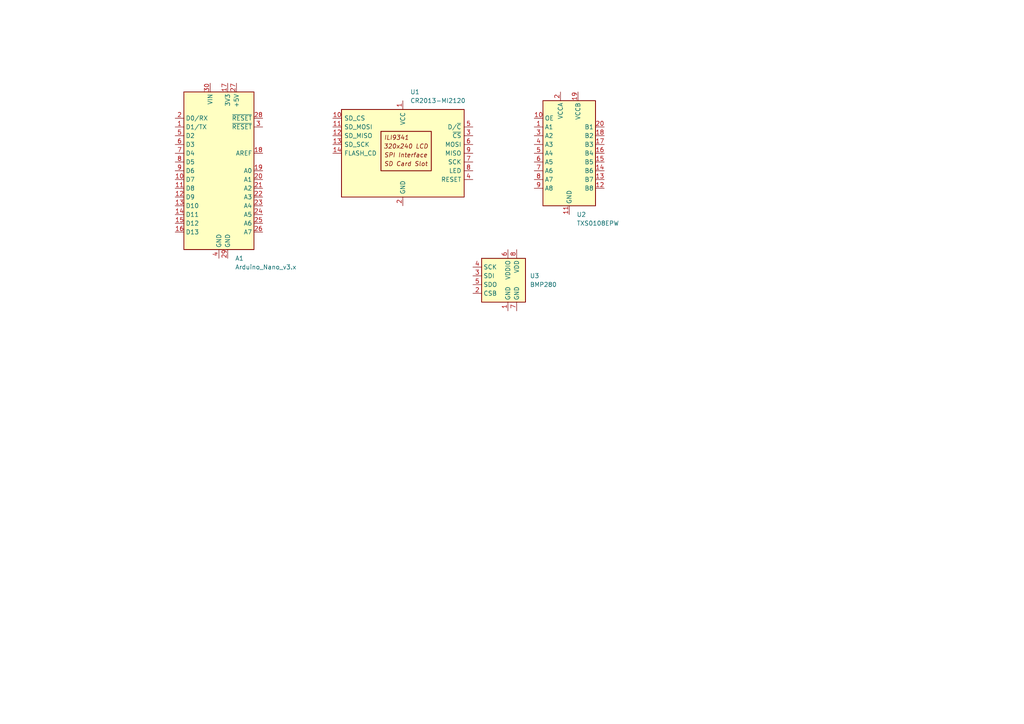
<source format=kicad_sch>
(kicad_sch (version 20250114) (generator "eeschema") (generator_version "9.0")
  (paper "A4")
  (lib_symbols
    (symbol "Driver_Display:CR2013-MI2120" (pin_names (offset 0.762))
      (property "Reference" "U" (at -17.526 13.97 0))
      (property "Value" "CR2013-MI2120" (at 1.905 13.97 0))
      (symbol "CR2013-MI2120_0_0"
        (text "ILI9341" (at -5.461 4.572 0) (effects (font (size 1.27 1.27) (italic yes)) (justify left)))
        (text "SPI Interface" (at -5.461 -0.508 0) (effects (font (size 1.27 1.27) (italic yes)) (justify left)))
        (text "SD Card Slot" (at -5.461 -3.048 0) (effects (font (size 1.27 1.27) (italic yes)) (justify left)))
        (text "320x240 LCD" (at 0.889 2.032 0) (effects (font (size 1.27 1.27) (italic yes))))
      )
      (symbol "CR2013-MI2120_0_1"
        (rectangle (start -17.78 12.7) (end 17.78 -12.7) (stroke (width 0.254)) (fill (type background)))
        (rectangle (start -6.35 6.35) (end 8.255 -5.08) (stroke (width 0.254)))
      )
      (symbol "CR2013-MI2120_1_1"
        (pin input line (at -20.32 10.16 0) (length 2.54) (name "SD_CS") (number "10"))
        (pin input line (at -20.32 7.62 0) (length 2.54) (name "SD_MOSI") (number "11"))
        (pin output line (at -20.32 5.08 0) (length 2.54) (name "SD_MISO") (number "12"))
        (pin input line (at -20.32 2.54 0) (length 2.54) (name "SD_SCK") (number "13"))
        (pin input line (at -20.32 0 0) (length 2.54) (name "FLASH_CD") (number "14"))
        (pin power_in line (at 0 15.24 270) (length 2.54) (name "VCC") (number "1"))
        (pin power_in line (at 0 -15.24 90) (length 2.54) (name "GND") (number "2"))
        (pin input line (at 20.32 7.62 180) (length 2.54) (name "D/~{C}") (number "5"))
        (pin input line (at 20.32 5.08 180) (length 2.54) (name "~{CS}") (number "3"))
        (pin input line (at 20.32 2.54 180) (length 2.54) (name "MOSI") (number "6"))
        (pin output line (at 20.32 0 180) (length 2.54) (name "MISO") (number "9"))
        (pin input line (at 20.32 -2.54 180) (length 2.54) (name "SCK") (number "7"))
        (pin input line (at 20.32 -5.08 180) (length 2.54) (name "LED") (number "8"))
        (pin input line (at 20.32 -7.62 180) (length 2.54) (name "RESET") (number "4"))
      )
    )
    (symbol "Logic_LevelTranslator:TXS0108EPW"
      (property "Reference" "U" (at -6.35 16.51 0))
      (property "Value" "TXS0108EPW" (at 3.81 16.51 0))
      (symbol "TXS0108EPW_0_1"
        (rectangle (start -7.62 15.24) (end 7.62 -15.24) (stroke (width 0.254)) (fill (type background)))
      )
      (symbol "TXS0108EPW_1_1"
        (pin input line (at -10.16 10.16 0) (length 2.54) (name "OE") (number "10"))
        (pin bidirectional line (at -10.16 7.62 0) (length 2.54) (name "A1") (number "1"))
        (pin bidirectional line (at -10.16 5.08 0) (length 2.54) (name "A2") (number "3"))
        (pin bidirectional line (at -10.16 2.54 0) (length 2.54) (name "A3") (number "4"))
        (pin bidirectional line (at -10.16 0 0) (length 2.54) (name "A4") (number "5"))
        (pin bidirectional line (at -10.16 -2.54 0) (length 2.54) (name "A5") (number "6"))
        (pin bidirectional line (at -10.16 -5.08 0) (length 2.54) (name "A6") (number "7"))
        (pin bidirectional line (at -10.16 -7.62 0) (length 2.54) (name "A7") (number "8"))
        (pin bidirectional line (at -10.16 -10.16 0) (length 2.54) (name "A8") (number "9"))
        (pin power_in line (at -2.54 17.78 270) (length 2.54) (name "VCCA") (number "2"))
        (pin power_in line (at 0 -17.78 90) (length 2.54) (name "GND") (number "11"))
        (pin power_in line (at 2.54 17.78 270) (length 2.54) (name "VCCB") (number "19"))
        (pin bidirectional line (at 10.16 7.62 180) (length 2.54) (name "B1") (number "20"))
        (pin bidirectional line (at 10.16 5.08 180) (length 2.54) (name "B2") (number "18"))
        (pin bidirectional line (at 10.16 2.54 180) (length 2.54) (name "B3") (number "17"))
        (pin bidirectional line (at 10.16 0 180) (length 2.54) (name "B4") (number "16"))
        (pin bidirectional line (at 10.16 -2.54 180) (length 2.54) (name "B5") (number "15"))
        (pin bidirectional line (at 10.16 -5.08 180) (length 2.54) (name "B6") (number "14"))
        (pin bidirectional line (at 10.16 -7.62 180) (length 2.54) (name "B7") (number "13"))
        (pin bidirectional line (at 10.16 -10.16 180) (length 2.54) (name "B8") (number "12"))
      )
    )
    (symbol "MCU_Module:Arduino_Nano_v3.x"
      (property "Reference" "A" (at -10.16 23.495 0))
      (property "Value" "Arduino_Nano_v3.x" (at 5.08 -24.13 0))
      (symbol "Arduino_Nano_v3.x_0_1"
        (rectangle (start -10.16 22.86) (end 10.16 -22.86) (stroke (width 0.254)) (fill (type background)))
      )
      (symbol "Arduino_Nano_v3.x_1_1"
        (pin bidirectional line (at -12.7 15.24 0) (length 2.54) (name "D0/RX") (number "2"))
        (pin bidirectional line (at -12.7 12.7 0) (length 2.54) (name "D1/TX") (number "1"))
        (pin bidirectional line (at -12.7 10.16 0) (length 2.54) (name "D2") (number "5"))
        (pin bidirectional line (at -12.7 7.62 0) (length 2.54) (name "D3") (number "6"))
        (pin bidirectional line (at -12.7 5.08 0) (length 2.54) (name "D4") (number "7"))
        (pin bidirectional line (at -12.7 2.54 0) (length 2.54) (name "D5") (number "8"))
        (pin bidirectional line (at -12.7 0 0) (length 2.54) (name "D6") (number "9"))
        (pin bidirectional line (at -12.7 -2.54 0) (length 2.54) (name "D7") (number "10"))
        (pin bidirectional line (at -12.7 -5.08 0) (length 2.54) (name "D8") (number "11"))
        (pin bidirectional line (at -12.7 -7.62 0) (length 2.54) (name "D9") (number "12"))
        (pin bidirectional line (at -12.7 -10.16 0) (length 2.54) (name "D10") (number "13"))
        (pin bidirectional line (at -12.7 -12.7 0) (length 2.54) (name "D11") (number "14"))
        (pin bidirectional line (at -12.7 -15.24 0) (length 2.54) (name "D12") (number "15"))
        (pin bidirectional line (at -12.7 -17.78 0) (length 2.54) (name "D13") (number "16"))
        (pin power_in line (at -2.54 25.4 270) (length 2.54) (name "VIN") (number "30"))
        (pin power_in line (at 0 -25.4 90) (length 2.54) (name "GND") (number "4"))
        (pin power_out line (at 2.54 25.4 270) (length 2.54) (name "3V3") (number "17"))
        (pin power_in line (at 2.54 -25.4 90) (length 2.54) (name "GND") (number "29"))
        (pin power_out line (at 5.08 25.4 270) (length 2.54) (name "+5V") (number "27"))
        (pin input line (at 12.7 15.24 180) (length 2.54) (name "~{RESET}") (number "28"))
        (pin input line (at 12.7 12.7 180) (length 2.54) (name "~{RESET}") (number "3"))
        (pin input line (at 12.7 5.08 180) (length 2.54) (name "AREF") (number "18"))
        (pin bidirectional line (at 12.7 0 180) (length 2.54) (name "A0") (number "19"))
        (pin bidirectional line (at 12.7 -2.54 180) (length 2.54) (name "A1") (number "20"))
        (pin bidirectional line (at 12.7 -5.08 180) (length 2.54) (name "A2") (number "21"))
        (pin bidirectional line (at 12.7 -7.62 180) (length 2.54) (name "A3") (number "22"))
        (pin bidirectional line (at 12.7 -10.16 180) (length 2.54) (name "A4") (number "23"))
        (pin bidirectional line (at 12.7 -12.7 180) (length 2.54) (name "A5") (number "24"))
        (pin bidirectional line (at 12.7 -15.24 180) (length 2.54) (name "A6") (number "25"))
        (pin bidirectional line (at 12.7 -17.78 180) (length 2.54) (name "A7") (number "26"))
      )
    )
    (symbol "Sensor_Pressure:BMP280"
      (property "Reference" "U" (at -7.62 10.16 0))
      (property "Value" "BMP280" (at 5.08 10.16 0))
      (symbol "BMP280_0_1"
        (rectangle (start -7.62 -5.08) (end 5.08 7.62) (stroke (width 0.254)) (fill (type background)))
      )
      (symbol "BMP280_1_1"
        (pin input line (at -10.16 5.08 0) (length 2.54) (name "SCK") (number "4"))
        (pin bidirectional line (at -10.16 2.54 0) (length 2.54) (name "SDI") (number "3"))
        (pin bidirectional line (at -10.16 0 0) (length 2.54) (name "SDO") (number "5"))
        (pin input line (at -10.16 -2.54 0) (length 2.54) (name "CSB") (number "2"))
        (pin power_in line (at 0 10.16 270) (length 2.54) (name "VDDIO") (number "6"))
        (pin power_in line (at 0 -7.62 90) (length 2.54) (name "GND") (number "1"))
        (pin power_in line (at 2.54 10.16 270) (length 2.54) (name "VDD") (number "8"))
        (pin power_in line (at 2.54 -7.62 90) (length 2.54) (name "GND") (number "7"))
      )
    )
  )
  (symbol (lib_id "Driver_Display:CR2013-MI2120") (at 116.84 44.45 0) (unit 1)
    (property "Reference" "U1" (at 118.9833 26.67 0) (effects (justify left)))
    (property "Value" "CR2013-MI2120" (at 118.9833 29.21 0) (effects (justify left)))
    (property "Footprint" "Display:CR2013-MI2120" (effects (hide yes)))
    (property "Datasheet" "http://pan.baidu.com/s/11Y990" (effects (hide yes)))
    (property "Description" "ILI9341 controller, SPI TFT LCD Display, 9-pin breakout PCB, 4-pin SD card interface, 5V/3.3V" (effects (hide yes)))
  )
  (symbol (lib_id "MCU_Module:Arduino_Nano_v3.x") (at 63.5 49.53 0) (unit 1)
    (property "Reference" "A1" (at 68.1833 74.93 0) (effects (justify left)))
    (property "Value" "Arduino_Nano_v3.x" (at 68.1833 77.47 0) (effects (justify left)))
    (property "Footprint" "Module:Arduino_Nano" (effects (hide yes)))
    (property "Datasheet" "http://www.mouser.com/pdfdocs/Gravitech_Arduino_Nano3_0.pdf" (effects (hide yes)))
    (property "Description" "Arduino Nano v3.x" (effects (hide yes)))
  )
  (symbol (lib_id "Sensor_Pressure:BMP280") (at 147.32 82.55 0) (unit 1)
    (property "Reference" "U3" (at 153.67 80.0099 0) (effects (justify left)))
    (property "Value" "BMP280" (at 153.67 82.5499 0) (effects (justify left)))
    (property "Footprint" "Package_LGA:Bosch_LGA-8_2x2.5mm_P0.65mm_ClockwisePinNumbering" (effects (hide yes)))
    (property "Datasheet" "https://ae-bst.resource.bosch.com/media/_tech/media/datasheets/BST-BMP280-DS001.pdf" (effects (hide yes)))
    (property "Description" "Absolute Barometric Pressure Sensor, LGA-8" (effects (hide yes)))
  )
  (symbol (lib_id "Logic_LevelTranslator:TXS0108EPW") (at 165.1 44.45 0) (unit 1)
    (property "Reference" "U2" (at 167.2433 62.23 0) (effects (justify left)))
    (property "Value" "TXS0108EPW" (at 167.2433 64.77 0) (effects (justify left)))
    (property "Footprint" "Package_SO:TSSOP-20_4.4x6.5mm_P0.65mm" (effects (hide yes)))
    (property "Datasheet" "www.ti.com/lit/ds/symlink/txs0108e.pdf" (effects (hide yes)))
    (property "Description" "Bidirectional  level-shifting voltage translator, TSSOP-20" (effects (hide yes)))
  )
)
</source>
